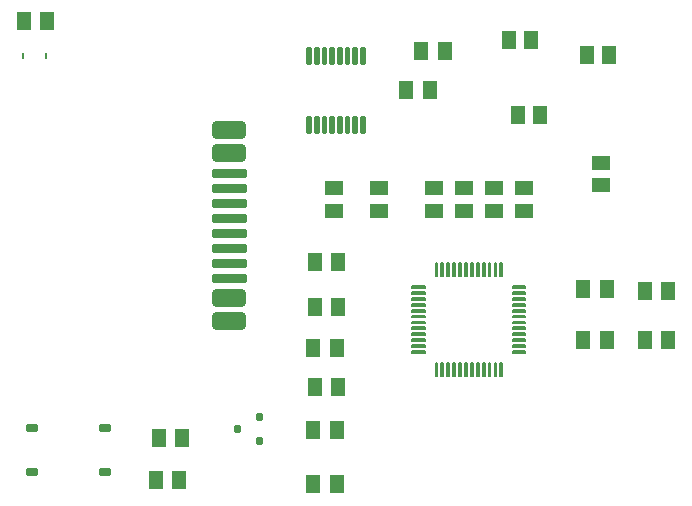
<source format=gtp>
G04 EAGLE Gerber RS-274X export*
G75*
%MOMM*%
%FSLAX34Y34*%
%LPD*%
%INSolderpaste Top*%
%IPPOS*%
%AMOC8*
5,1,8,0,0,1.08239X$1,22.5*%
G01*
%ADD10R,1.300000X1.600000*%
%ADD11R,1.300000X1.500000*%
%ADD12R,1.500000X1.300000*%
%ADD13C,0.225000*%
%ADD14C,0.150000*%
%ADD15C,0.381000*%
%ADD16C,0.762000*%
%ADD17C,0.100000*%
%ADD18C,0.300000*%
%ADD19C,0.350000*%


D10*
X263050Y199390D03*
X283050Y199390D03*
X341790Y533400D03*
X361790Y533400D03*
X264320Y281940D03*
X284320Y281940D03*
X491650Y364490D03*
X511650Y364490D03*
X543720Y321310D03*
X563720Y321310D03*
X263050Y314960D03*
X283050Y314960D03*
X491650Y321310D03*
X511650Y321310D03*
X263050Y245110D03*
X283050Y245110D03*
X129700Y203200D03*
X149700Y203200D03*
X354490Y566420D03*
X374490Y566420D03*
D11*
X264820Y387350D03*
X283820Y387350D03*
D12*
X318770Y431190D03*
X318770Y450190D03*
X280670Y431190D03*
X280670Y450190D03*
X506730Y452780D03*
X506730Y471780D03*
D11*
X494690Y562610D03*
X513690Y562610D03*
X428650Y575310D03*
X447650Y575310D03*
X436270Y511810D03*
X455270Y511810D03*
X264820Y349250D03*
X283820Y349250D03*
X18440Y591820D03*
X37440Y591820D03*
X544220Y363220D03*
X563220Y363220D03*
X132740Y238760D03*
X151740Y238760D03*
D12*
X441960Y431190D03*
X441960Y450190D03*
X391160Y431190D03*
X391160Y450190D03*
X365760Y431190D03*
X365760Y450190D03*
X416560Y431190D03*
X416560Y450190D03*
D13*
X303565Y556025D02*
X303565Y568775D01*
X305815Y568775D01*
X305815Y556025D01*
X303565Y556025D01*
X303565Y558162D02*
X305815Y558162D01*
X305815Y560299D02*
X303565Y560299D01*
X303565Y562436D02*
X305815Y562436D01*
X305815Y564573D02*
X303565Y564573D01*
X303565Y566710D02*
X305815Y566710D01*
X297065Y568775D02*
X297065Y556025D01*
X297065Y568775D02*
X299315Y568775D01*
X299315Y556025D01*
X297065Y556025D01*
X297065Y558162D02*
X299315Y558162D01*
X299315Y560299D02*
X297065Y560299D01*
X297065Y562436D02*
X299315Y562436D01*
X299315Y564573D02*
X297065Y564573D01*
X297065Y566710D02*
X299315Y566710D01*
X290565Y568775D02*
X290565Y556025D01*
X290565Y568775D02*
X292815Y568775D01*
X292815Y556025D01*
X290565Y556025D01*
X290565Y558162D02*
X292815Y558162D01*
X292815Y560299D02*
X290565Y560299D01*
X290565Y562436D02*
X292815Y562436D01*
X292815Y564573D02*
X290565Y564573D01*
X290565Y566710D02*
X292815Y566710D01*
X284065Y568775D02*
X284065Y556025D01*
X284065Y568775D02*
X286315Y568775D01*
X286315Y556025D01*
X284065Y556025D01*
X284065Y558162D02*
X286315Y558162D01*
X286315Y560299D02*
X284065Y560299D01*
X284065Y562436D02*
X286315Y562436D01*
X286315Y564573D02*
X284065Y564573D01*
X284065Y566710D02*
X286315Y566710D01*
X277565Y568775D02*
X277565Y556025D01*
X277565Y568775D02*
X279815Y568775D01*
X279815Y556025D01*
X277565Y556025D01*
X277565Y558162D02*
X279815Y558162D01*
X279815Y560299D02*
X277565Y560299D01*
X277565Y562436D02*
X279815Y562436D01*
X279815Y564573D02*
X277565Y564573D01*
X277565Y566710D02*
X279815Y566710D01*
X271065Y568775D02*
X271065Y556025D01*
X271065Y568775D02*
X273315Y568775D01*
X273315Y556025D01*
X271065Y556025D01*
X271065Y558162D02*
X273315Y558162D01*
X273315Y560299D02*
X271065Y560299D01*
X271065Y562436D02*
X273315Y562436D01*
X273315Y564573D02*
X271065Y564573D01*
X271065Y566710D02*
X273315Y566710D01*
X264565Y568775D02*
X264565Y556025D01*
X264565Y568775D02*
X266815Y568775D01*
X266815Y556025D01*
X264565Y556025D01*
X264565Y558162D02*
X266815Y558162D01*
X266815Y560299D02*
X264565Y560299D01*
X264565Y562436D02*
X266815Y562436D01*
X266815Y564573D02*
X264565Y564573D01*
X264565Y566710D02*
X266815Y566710D01*
X258065Y568775D02*
X258065Y556025D01*
X258065Y568775D02*
X260315Y568775D01*
X260315Y556025D01*
X258065Y556025D01*
X258065Y558162D02*
X260315Y558162D01*
X260315Y560299D02*
X258065Y560299D01*
X258065Y562436D02*
X260315Y562436D01*
X260315Y564573D02*
X258065Y564573D01*
X258065Y566710D02*
X260315Y566710D01*
X303565Y510775D02*
X303565Y498025D01*
X303565Y510775D02*
X305815Y510775D01*
X305815Y498025D01*
X303565Y498025D01*
X303565Y500162D02*
X305815Y500162D01*
X305815Y502299D02*
X303565Y502299D01*
X303565Y504436D02*
X305815Y504436D01*
X305815Y506573D02*
X303565Y506573D01*
X303565Y508710D02*
X305815Y508710D01*
X297065Y510775D02*
X297065Y498025D01*
X297065Y510775D02*
X299315Y510775D01*
X299315Y498025D01*
X297065Y498025D01*
X297065Y500162D02*
X299315Y500162D01*
X299315Y502299D02*
X297065Y502299D01*
X297065Y504436D02*
X299315Y504436D01*
X299315Y506573D02*
X297065Y506573D01*
X297065Y508710D02*
X299315Y508710D01*
X290565Y510775D02*
X290565Y498025D01*
X290565Y510775D02*
X292815Y510775D01*
X292815Y498025D01*
X290565Y498025D01*
X290565Y500162D02*
X292815Y500162D01*
X292815Y502299D02*
X290565Y502299D01*
X290565Y504436D02*
X292815Y504436D01*
X292815Y506573D02*
X290565Y506573D01*
X290565Y508710D02*
X292815Y508710D01*
X284065Y510775D02*
X284065Y498025D01*
X284065Y510775D02*
X286315Y510775D01*
X286315Y498025D01*
X284065Y498025D01*
X284065Y500162D02*
X286315Y500162D01*
X286315Y502299D02*
X284065Y502299D01*
X284065Y504436D02*
X286315Y504436D01*
X286315Y506573D02*
X284065Y506573D01*
X284065Y508710D02*
X286315Y508710D01*
X277565Y510775D02*
X277565Y498025D01*
X277565Y510775D02*
X279815Y510775D01*
X279815Y498025D01*
X277565Y498025D01*
X277565Y500162D02*
X279815Y500162D01*
X279815Y502299D02*
X277565Y502299D01*
X277565Y504436D02*
X279815Y504436D01*
X279815Y506573D02*
X277565Y506573D01*
X277565Y508710D02*
X279815Y508710D01*
X271065Y510775D02*
X271065Y498025D01*
X271065Y510775D02*
X273315Y510775D01*
X273315Y498025D01*
X271065Y498025D01*
X271065Y500162D02*
X273315Y500162D01*
X273315Y502299D02*
X271065Y502299D01*
X271065Y504436D02*
X273315Y504436D01*
X273315Y506573D02*
X271065Y506573D01*
X271065Y508710D02*
X273315Y508710D01*
X264565Y510775D02*
X264565Y498025D01*
X264565Y510775D02*
X266815Y510775D01*
X266815Y498025D01*
X264565Y498025D01*
X264565Y500162D02*
X266815Y500162D01*
X266815Y502299D02*
X264565Y502299D01*
X264565Y504436D02*
X266815Y504436D01*
X266815Y506573D02*
X264565Y506573D01*
X264565Y508710D02*
X266815Y508710D01*
X258065Y510775D02*
X258065Y498025D01*
X258065Y510775D02*
X260315Y510775D01*
X260315Y498025D01*
X258065Y498025D01*
X258065Y500162D02*
X260315Y500162D01*
X260315Y502299D02*
X258065Y502299D01*
X258065Y504436D02*
X260315Y504436D01*
X260315Y506573D02*
X258065Y506573D01*
X258065Y508710D02*
X260315Y508710D01*
D14*
X432220Y312340D02*
X442720Y312340D01*
X442720Y310840D01*
X432220Y310840D01*
X432220Y312340D01*
X432220Y312265D02*
X442720Y312265D01*
X442720Y317340D02*
X432220Y317340D01*
X442720Y317340D02*
X442720Y315840D01*
X432220Y315840D01*
X432220Y317340D01*
X432220Y317265D02*
X442720Y317265D01*
X442720Y322340D02*
X432220Y322340D01*
X442720Y322340D02*
X442720Y320840D01*
X432220Y320840D01*
X432220Y322340D01*
X432220Y322265D02*
X442720Y322265D01*
X442720Y327340D02*
X432220Y327340D01*
X442720Y327340D02*
X442720Y325840D01*
X432220Y325840D01*
X432220Y327340D01*
X432220Y327265D02*
X442720Y327265D01*
X442720Y332340D02*
X432220Y332340D01*
X442720Y332340D02*
X442720Y330840D01*
X432220Y330840D01*
X432220Y332340D01*
X432220Y332265D02*
X442720Y332265D01*
X442720Y337340D02*
X432220Y337340D01*
X442720Y337340D02*
X442720Y335840D01*
X432220Y335840D01*
X432220Y337340D01*
X432220Y337265D02*
X442720Y337265D01*
X442720Y342340D02*
X432220Y342340D01*
X442720Y342340D02*
X442720Y340840D01*
X432220Y340840D01*
X432220Y342340D01*
X432220Y342265D02*
X442720Y342265D01*
X442720Y347340D02*
X432220Y347340D01*
X442720Y347340D02*
X442720Y345840D01*
X432220Y345840D01*
X432220Y347340D01*
X432220Y347265D02*
X442720Y347265D01*
X442720Y352340D02*
X432220Y352340D01*
X442720Y352340D02*
X442720Y350840D01*
X432220Y350840D01*
X432220Y352340D01*
X432220Y352265D02*
X442720Y352265D01*
X442720Y357340D02*
X432220Y357340D01*
X442720Y357340D02*
X442720Y355840D01*
X432220Y355840D01*
X432220Y357340D01*
X432220Y357265D02*
X442720Y357265D01*
X442720Y362340D02*
X432220Y362340D01*
X442720Y362340D02*
X442720Y360840D01*
X432220Y360840D01*
X432220Y362340D01*
X432220Y362265D02*
X442720Y362265D01*
X442720Y367340D02*
X432220Y367340D01*
X442720Y367340D02*
X442720Y365840D01*
X432220Y365840D01*
X432220Y367340D01*
X432220Y367265D02*
X442720Y367265D01*
X357720Y312340D02*
X347220Y312340D01*
X357720Y312340D02*
X357720Y310840D01*
X347220Y310840D01*
X347220Y312340D01*
X347220Y312265D02*
X357720Y312265D01*
X357720Y317340D02*
X347220Y317340D01*
X357720Y317340D02*
X357720Y315840D01*
X347220Y315840D01*
X347220Y317340D01*
X347220Y317265D02*
X357720Y317265D01*
X357720Y322340D02*
X347220Y322340D01*
X357720Y322340D02*
X357720Y320840D01*
X347220Y320840D01*
X347220Y322340D01*
X347220Y322265D02*
X357720Y322265D01*
X357720Y327340D02*
X347220Y327340D01*
X357720Y327340D02*
X357720Y325840D01*
X347220Y325840D01*
X347220Y327340D01*
X347220Y327265D02*
X357720Y327265D01*
X357720Y332340D02*
X347220Y332340D01*
X357720Y332340D02*
X357720Y330840D01*
X347220Y330840D01*
X347220Y332340D01*
X347220Y332265D02*
X357720Y332265D01*
X357720Y337340D02*
X347220Y337340D01*
X357720Y337340D02*
X357720Y335840D01*
X347220Y335840D01*
X347220Y337340D01*
X347220Y337265D02*
X357720Y337265D01*
X357720Y342340D02*
X347220Y342340D01*
X357720Y342340D02*
X357720Y340840D01*
X347220Y340840D01*
X347220Y342340D01*
X347220Y342265D02*
X357720Y342265D01*
X357720Y347340D02*
X347220Y347340D01*
X357720Y347340D02*
X357720Y345840D01*
X347220Y345840D01*
X347220Y347340D01*
X347220Y347265D02*
X357720Y347265D01*
X357720Y352340D02*
X347220Y352340D01*
X357720Y352340D02*
X357720Y350840D01*
X347220Y350840D01*
X347220Y352340D01*
X347220Y352265D02*
X357720Y352265D01*
X357720Y357340D02*
X347220Y357340D01*
X357720Y357340D02*
X357720Y355840D01*
X347220Y355840D01*
X347220Y357340D01*
X347220Y357265D02*
X357720Y357265D01*
X357720Y362340D02*
X347220Y362340D01*
X357720Y362340D02*
X357720Y360840D01*
X347220Y360840D01*
X347220Y362340D01*
X347220Y362265D02*
X357720Y362265D01*
X357720Y367340D02*
X347220Y367340D01*
X357720Y367340D02*
X357720Y365840D01*
X347220Y365840D01*
X347220Y367340D01*
X347220Y367265D02*
X357720Y367265D01*
X368220Y301840D02*
X368220Y291340D01*
X366720Y291340D01*
X366720Y301840D01*
X368220Y301840D01*
X368220Y292765D02*
X366720Y292765D01*
X366720Y294190D02*
X368220Y294190D01*
X368220Y295615D02*
X366720Y295615D01*
X366720Y297040D02*
X368220Y297040D01*
X368220Y298465D02*
X366720Y298465D01*
X366720Y299890D02*
X368220Y299890D01*
X368220Y301315D02*
X366720Y301315D01*
X373220Y301840D02*
X373220Y291340D01*
X371720Y291340D01*
X371720Y301840D01*
X373220Y301840D01*
X373220Y292765D02*
X371720Y292765D01*
X371720Y294190D02*
X373220Y294190D01*
X373220Y295615D02*
X371720Y295615D01*
X371720Y297040D02*
X373220Y297040D01*
X373220Y298465D02*
X371720Y298465D01*
X371720Y299890D02*
X373220Y299890D01*
X373220Y301315D02*
X371720Y301315D01*
X378220Y301840D02*
X378220Y291340D01*
X376720Y291340D01*
X376720Y301840D01*
X378220Y301840D01*
X378220Y292765D02*
X376720Y292765D01*
X376720Y294190D02*
X378220Y294190D01*
X378220Y295615D02*
X376720Y295615D01*
X376720Y297040D02*
X378220Y297040D01*
X378220Y298465D02*
X376720Y298465D01*
X376720Y299890D02*
X378220Y299890D01*
X378220Y301315D02*
X376720Y301315D01*
X383220Y301840D02*
X383220Y291340D01*
X381720Y291340D01*
X381720Y301840D01*
X383220Y301840D01*
X383220Y292765D02*
X381720Y292765D01*
X381720Y294190D02*
X383220Y294190D01*
X383220Y295615D02*
X381720Y295615D01*
X381720Y297040D02*
X383220Y297040D01*
X383220Y298465D02*
X381720Y298465D01*
X381720Y299890D02*
X383220Y299890D01*
X383220Y301315D02*
X381720Y301315D01*
X388220Y301840D02*
X388220Y291340D01*
X386720Y291340D01*
X386720Y301840D01*
X388220Y301840D01*
X388220Y292765D02*
X386720Y292765D01*
X386720Y294190D02*
X388220Y294190D01*
X388220Y295615D02*
X386720Y295615D01*
X386720Y297040D02*
X388220Y297040D01*
X388220Y298465D02*
X386720Y298465D01*
X386720Y299890D02*
X388220Y299890D01*
X388220Y301315D02*
X386720Y301315D01*
X393220Y301840D02*
X393220Y291340D01*
X391720Y291340D01*
X391720Y301840D01*
X393220Y301840D01*
X393220Y292765D02*
X391720Y292765D01*
X391720Y294190D02*
X393220Y294190D01*
X393220Y295615D02*
X391720Y295615D01*
X391720Y297040D02*
X393220Y297040D01*
X393220Y298465D02*
X391720Y298465D01*
X391720Y299890D02*
X393220Y299890D01*
X393220Y301315D02*
X391720Y301315D01*
X398220Y301840D02*
X398220Y291340D01*
X396720Y291340D01*
X396720Y301840D01*
X398220Y301840D01*
X398220Y292765D02*
X396720Y292765D01*
X396720Y294190D02*
X398220Y294190D01*
X398220Y295615D02*
X396720Y295615D01*
X396720Y297040D02*
X398220Y297040D01*
X398220Y298465D02*
X396720Y298465D01*
X396720Y299890D02*
X398220Y299890D01*
X398220Y301315D02*
X396720Y301315D01*
X403220Y301840D02*
X403220Y291340D01*
X401720Y291340D01*
X401720Y301840D01*
X403220Y301840D01*
X403220Y292765D02*
X401720Y292765D01*
X401720Y294190D02*
X403220Y294190D01*
X403220Y295615D02*
X401720Y295615D01*
X401720Y297040D02*
X403220Y297040D01*
X403220Y298465D02*
X401720Y298465D01*
X401720Y299890D02*
X403220Y299890D01*
X403220Y301315D02*
X401720Y301315D01*
X408220Y301840D02*
X408220Y291340D01*
X406720Y291340D01*
X406720Y301840D01*
X408220Y301840D01*
X408220Y292765D02*
X406720Y292765D01*
X406720Y294190D02*
X408220Y294190D01*
X408220Y295615D02*
X406720Y295615D01*
X406720Y297040D02*
X408220Y297040D01*
X408220Y298465D02*
X406720Y298465D01*
X406720Y299890D02*
X408220Y299890D01*
X408220Y301315D02*
X406720Y301315D01*
X413220Y301840D02*
X413220Y291340D01*
X411720Y291340D01*
X411720Y301840D01*
X413220Y301840D01*
X413220Y292765D02*
X411720Y292765D01*
X411720Y294190D02*
X413220Y294190D01*
X413220Y295615D02*
X411720Y295615D01*
X411720Y297040D02*
X413220Y297040D01*
X413220Y298465D02*
X411720Y298465D01*
X411720Y299890D02*
X413220Y299890D01*
X413220Y301315D02*
X411720Y301315D01*
X418220Y301840D02*
X418220Y291340D01*
X416720Y291340D01*
X416720Y301840D01*
X418220Y301840D01*
X418220Y292765D02*
X416720Y292765D01*
X416720Y294190D02*
X418220Y294190D01*
X418220Y295615D02*
X416720Y295615D01*
X416720Y297040D02*
X418220Y297040D01*
X418220Y298465D02*
X416720Y298465D01*
X416720Y299890D02*
X418220Y299890D01*
X418220Y301315D02*
X416720Y301315D01*
X423220Y301840D02*
X423220Y291340D01*
X421720Y291340D01*
X421720Y301840D01*
X423220Y301840D01*
X423220Y292765D02*
X421720Y292765D01*
X421720Y294190D02*
X423220Y294190D01*
X423220Y295615D02*
X421720Y295615D01*
X421720Y297040D02*
X423220Y297040D01*
X423220Y298465D02*
X421720Y298465D01*
X421720Y299890D02*
X423220Y299890D01*
X423220Y301315D02*
X421720Y301315D01*
X368220Y376340D02*
X368220Y386840D01*
X368220Y376340D02*
X366720Y376340D01*
X366720Y386840D01*
X368220Y386840D01*
X368220Y377765D02*
X366720Y377765D01*
X366720Y379190D02*
X368220Y379190D01*
X368220Y380615D02*
X366720Y380615D01*
X366720Y382040D02*
X368220Y382040D01*
X368220Y383465D02*
X366720Y383465D01*
X366720Y384890D02*
X368220Y384890D01*
X368220Y386315D02*
X366720Y386315D01*
X373220Y386840D02*
X373220Y376340D01*
X371720Y376340D01*
X371720Y386840D01*
X373220Y386840D01*
X373220Y377765D02*
X371720Y377765D01*
X371720Y379190D02*
X373220Y379190D01*
X373220Y380615D02*
X371720Y380615D01*
X371720Y382040D02*
X373220Y382040D01*
X373220Y383465D02*
X371720Y383465D01*
X371720Y384890D02*
X373220Y384890D01*
X373220Y386315D02*
X371720Y386315D01*
X378220Y386840D02*
X378220Y376340D01*
X376720Y376340D01*
X376720Y386840D01*
X378220Y386840D01*
X378220Y377765D02*
X376720Y377765D01*
X376720Y379190D02*
X378220Y379190D01*
X378220Y380615D02*
X376720Y380615D01*
X376720Y382040D02*
X378220Y382040D01*
X378220Y383465D02*
X376720Y383465D01*
X376720Y384890D02*
X378220Y384890D01*
X378220Y386315D02*
X376720Y386315D01*
X383220Y386840D02*
X383220Y376340D01*
X381720Y376340D01*
X381720Y386840D01*
X383220Y386840D01*
X383220Y377765D02*
X381720Y377765D01*
X381720Y379190D02*
X383220Y379190D01*
X383220Y380615D02*
X381720Y380615D01*
X381720Y382040D02*
X383220Y382040D01*
X383220Y383465D02*
X381720Y383465D01*
X381720Y384890D02*
X383220Y384890D01*
X383220Y386315D02*
X381720Y386315D01*
X388220Y386840D02*
X388220Y376340D01*
X386720Y376340D01*
X386720Y386840D01*
X388220Y386840D01*
X388220Y377765D02*
X386720Y377765D01*
X386720Y379190D02*
X388220Y379190D01*
X388220Y380615D02*
X386720Y380615D01*
X386720Y382040D02*
X388220Y382040D01*
X388220Y383465D02*
X386720Y383465D01*
X386720Y384890D02*
X388220Y384890D01*
X388220Y386315D02*
X386720Y386315D01*
X393220Y386840D02*
X393220Y376340D01*
X391720Y376340D01*
X391720Y386840D01*
X393220Y386840D01*
X393220Y377765D02*
X391720Y377765D01*
X391720Y379190D02*
X393220Y379190D01*
X393220Y380615D02*
X391720Y380615D01*
X391720Y382040D02*
X393220Y382040D01*
X393220Y383465D02*
X391720Y383465D01*
X391720Y384890D02*
X393220Y384890D01*
X393220Y386315D02*
X391720Y386315D01*
X398220Y386840D02*
X398220Y376340D01*
X396720Y376340D01*
X396720Y386840D01*
X398220Y386840D01*
X398220Y377765D02*
X396720Y377765D01*
X396720Y379190D02*
X398220Y379190D01*
X398220Y380615D02*
X396720Y380615D01*
X396720Y382040D02*
X398220Y382040D01*
X398220Y383465D02*
X396720Y383465D01*
X396720Y384890D02*
X398220Y384890D01*
X398220Y386315D02*
X396720Y386315D01*
X403220Y386840D02*
X403220Y376340D01*
X401720Y376340D01*
X401720Y386840D01*
X403220Y386840D01*
X403220Y377765D02*
X401720Y377765D01*
X401720Y379190D02*
X403220Y379190D01*
X403220Y380615D02*
X401720Y380615D01*
X401720Y382040D02*
X403220Y382040D01*
X403220Y383465D02*
X401720Y383465D01*
X401720Y384890D02*
X403220Y384890D01*
X403220Y386315D02*
X401720Y386315D01*
X408220Y386840D02*
X408220Y376340D01*
X406720Y376340D01*
X406720Y386840D01*
X408220Y386840D01*
X408220Y377765D02*
X406720Y377765D01*
X406720Y379190D02*
X408220Y379190D01*
X408220Y380615D02*
X406720Y380615D01*
X406720Y382040D02*
X408220Y382040D01*
X408220Y383465D02*
X406720Y383465D01*
X406720Y384890D02*
X408220Y384890D01*
X408220Y386315D02*
X406720Y386315D01*
X413220Y386840D02*
X413220Y376340D01*
X411720Y376340D01*
X411720Y386840D01*
X413220Y386840D01*
X413220Y377765D02*
X411720Y377765D01*
X411720Y379190D02*
X413220Y379190D01*
X413220Y380615D02*
X411720Y380615D01*
X411720Y382040D02*
X413220Y382040D01*
X413220Y383465D02*
X411720Y383465D01*
X411720Y384890D02*
X413220Y384890D01*
X413220Y386315D02*
X411720Y386315D01*
X418220Y386840D02*
X418220Y376340D01*
X416720Y376340D01*
X416720Y386840D01*
X418220Y386840D01*
X418220Y377765D02*
X416720Y377765D01*
X416720Y379190D02*
X418220Y379190D01*
X418220Y380615D02*
X416720Y380615D01*
X416720Y382040D02*
X418220Y382040D01*
X418220Y383465D02*
X416720Y383465D01*
X416720Y384890D02*
X418220Y384890D01*
X418220Y386315D02*
X416720Y386315D01*
X423220Y386840D02*
X423220Y376340D01*
X421720Y376340D01*
X421720Y386840D01*
X423220Y386840D01*
X423220Y377765D02*
X421720Y377765D01*
X421720Y379190D02*
X423220Y379190D01*
X423220Y380615D02*
X421720Y380615D01*
X421720Y382040D02*
X423220Y382040D01*
X423220Y383465D02*
X421720Y383465D01*
X421720Y384890D02*
X423220Y384890D01*
X423220Y386315D02*
X421720Y386315D01*
D15*
X204343Y435991D02*
X178943Y435991D01*
X178943Y439801D01*
X204343Y439801D01*
X204343Y435991D01*
X204343Y439610D02*
X178943Y439610D01*
X178943Y448691D02*
X204343Y448691D01*
X178943Y448691D02*
X178943Y452501D01*
X204343Y452501D01*
X204343Y448691D01*
X204343Y452310D02*
X178943Y452310D01*
X178943Y372491D02*
X204343Y372491D01*
X178943Y372491D02*
X178943Y376301D01*
X204343Y376301D01*
X204343Y372491D01*
X204343Y376110D02*
X178943Y376110D01*
X178943Y385191D02*
X204343Y385191D01*
X178943Y385191D02*
X178943Y389001D01*
X204343Y389001D01*
X204343Y385191D01*
X204343Y388810D02*
X178943Y388810D01*
X178943Y410591D02*
X204343Y410591D01*
X178943Y410591D02*
X178943Y414401D01*
X204343Y414401D01*
X204343Y410591D01*
X204343Y414210D02*
X178943Y414210D01*
X178943Y461391D02*
X204343Y461391D01*
X178943Y461391D02*
X178943Y465201D01*
X204343Y465201D01*
X204343Y461391D01*
X204343Y465010D02*
X178943Y465010D01*
X178943Y397891D02*
X204343Y397891D01*
X178943Y397891D02*
X178943Y401701D01*
X204343Y401701D01*
X204343Y397891D01*
X204343Y401510D02*
X178943Y401510D01*
X178943Y423291D02*
X204343Y423291D01*
X178943Y423291D02*
X178943Y427101D01*
X204343Y427101D01*
X204343Y423291D01*
X204343Y426910D02*
X178943Y426910D01*
D16*
X180848Y496316D02*
X202438Y496316D01*
X180848Y496316D02*
X180848Y503936D01*
X202438Y503936D01*
X202438Y496316D01*
X202438Y503555D02*
X180848Y503555D01*
X180848Y334264D02*
X202438Y334264D01*
X180848Y334264D02*
X180848Y341884D01*
X202438Y341884D01*
X202438Y334264D01*
X202438Y341503D02*
X180848Y341503D01*
X180848Y476504D02*
X202438Y476504D01*
X180848Y476504D02*
X180848Y484124D01*
X202438Y484124D01*
X202438Y476504D01*
X202438Y483743D02*
X180848Y483743D01*
X180848Y354076D02*
X202438Y354076D01*
X180848Y354076D02*
X180848Y361696D01*
X202438Y361696D01*
X202438Y354076D01*
X202438Y361315D02*
X180848Y361315D01*
D17*
X17670Y560110D02*
X16670Y560110D01*
X16670Y565110D01*
X17670Y565110D01*
X17670Y560110D01*
X17670Y561060D02*
X16670Y561060D01*
X16670Y562010D02*
X17670Y562010D01*
X17670Y562960D02*
X16670Y562960D01*
X16670Y563910D02*
X17670Y563910D01*
X17670Y564860D02*
X16670Y564860D01*
X35670Y560110D02*
X36670Y560110D01*
X35670Y560110D02*
X35670Y565110D01*
X36670Y565110D01*
X36670Y560110D01*
X36670Y561060D02*
X35670Y561060D01*
X35670Y562010D02*
X36670Y562010D01*
X36670Y562960D02*
X35670Y562960D01*
X35670Y563910D02*
X36670Y563910D01*
X36670Y564860D02*
X35670Y564860D01*
D18*
X216080Y237880D02*
X216080Y234880D01*
X216080Y237880D02*
X219080Y237880D01*
X219080Y234880D01*
X216080Y234880D01*
X216080Y237730D02*
X219080Y237730D01*
X216080Y254880D02*
X216080Y257880D01*
X219080Y257880D01*
X219080Y254880D01*
X216080Y254880D01*
X216080Y257730D02*
X219080Y257730D01*
X197480Y247880D02*
X197480Y244880D01*
X197480Y247880D02*
X200480Y247880D01*
X200480Y244880D01*
X197480Y244880D01*
X197480Y247730D02*
X200480Y247730D01*
D19*
X28400Y245540D02*
X21900Y245540D01*
X21900Y249040D01*
X28400Y249040D01*
X28400Y245540D01*
X28400Y248865D02*
X21900Y248865D01*
X21900Y208160D02*
X28400Y208160D01*
X21900Y208160D02*
X21900Y211660D01*
X28400Y211660D01*
X28400Y208160D01*
X28400Y211485D02*
X21900Y211485D01*
X83360Y245540D02*
X89860Y245540D01*
X83360Y245540D02*
X83360Y249040D01*
X89860Y249040D01*
X89860Y245540D01*
X89860Y248865D02*
X83360Y248865D01*
X83360Y208160D02*
X89860Y208160D01*
X83360Y208160D02*
X83360Y211660D01*
X89860Y211660D01*
X89860Y208160D01*
X89860Y211485D02*
X83360Y211485D01*
M02*

</source>
